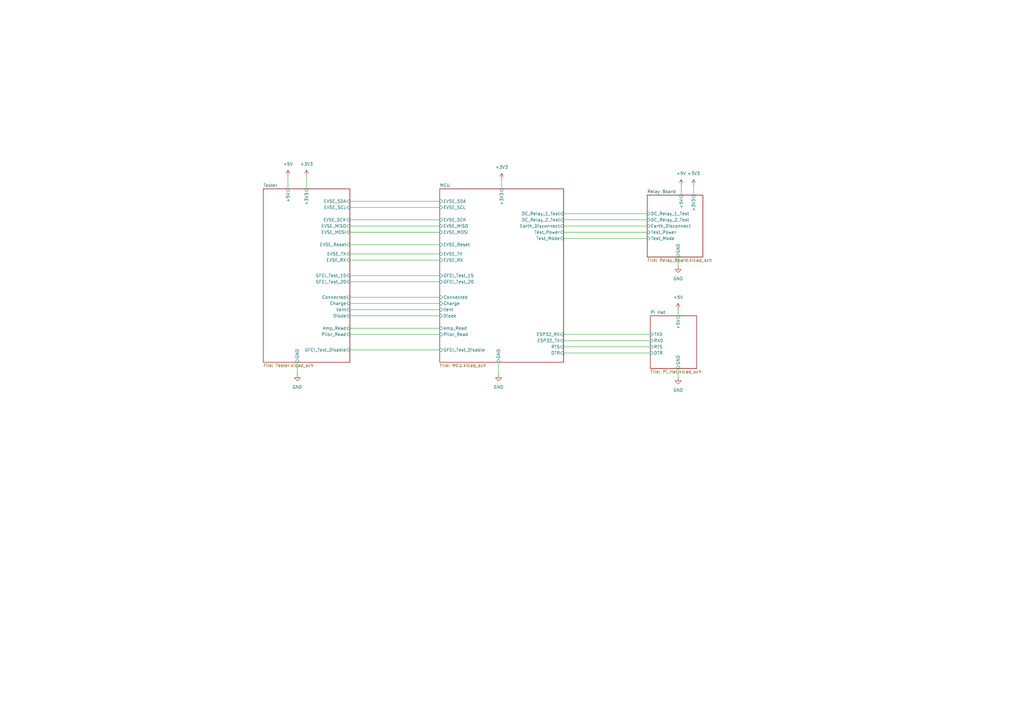
<source format=kicad_sch>
(kicad_sch (version 20211123) (generator eeschema)
  (paper "A3")
  (title_block (title "Raspberry Pi HAT") (rev "A"))
  (lib_symbols
    (symbol "power:+3V3" (power) (pin_names (offset 0))
      (property "Value" "+3V3" (at 0 3.556 0))
      (symbol "+3V3_0_1"
        (polyline (pts (xy -0.762 1.27) (xy 0 2.54)))
        (polyline (pts (xy 0 0) (xy 0 2.54)))
        (polyline (pts (xy 0 2.54) (xy 0.762 1.27)))
      )
      (symbol "+3V3_1_1"
        (pin power_in line (at 0 0 90) (length 0) hide (name "+3V3") (number "1"))
      )
    )
    (symbol "power:+5V" (power) (pin_names (offset 0))
      (property "Value" "+5V" (at 0 3.556 0))
      (symbol "+5V_0_1"
        (polyline (pts (xy -0.762 1.27) (xy 0 2.54)))
        (polyline (pts (xy 0 0) (xy 0 2.54)))
        (polyline (pts (xy 0 2.54) (xy 0.762 1.27)))
      )
      (symbol "+5V_1_1"
        (pin power_in line (at 0 0 90) (length 0) hide (name "+5V") (number "1"))
      )
    )
    (symbol "power:GND" (power) (pin_names (offset 0))
      (property "Value" "GND" (at 0 -3.81 0))
      (symbol "GND_0_1"
        (polyline (pts (xy 0 0) (xy 0 -1.27) (xy 1.27 -1.27) (xy 0 -2.54) (xy -1.27 -1.27) (xy 0 -1.27)))
      )
      (symbol "GND_1_1"
        (pin power_in line (at 0 0 270) (length 0) hide (name "GND") (number "1"))
      )
    )
  )
  (wire (pts (xy 143.51 127) (xy 180.34 127)))
  (wire (pts (xy 204.47 148.59) (xy 204.47 153.67)))
  (wire (pts (xy 143.51 137.16) (xy 180.34 137.16)))
  (wire (pts (xy 143.51 143.51) (xy 180.34 143.51)))
  (wire (pts (xy 143.51 90.17) (xy 180.34 90.17)))
  (wire (pts (xy 143.51 124.46) (xy 180.34 124.46)))
  (wire (pts (xy 143.51 95.25) (xy 180.34 95.25)))
  (wire (pts (xy 143.51 92.71) (xy 180.34 92.71)))
  (wire (pts (xy 231.14 87.63) (xy 265.43 87.63)))
  (wire (pts (xy 278.13 151.13) (xy 278.13 154.94)))
  (wire (pts (xy 125.73 72.39) (xy 125.73 77.47)))
  (wire (pts (xy 284.48 76.2) (xy 284.48 80.01)))
  (wire (pts (xy 121.92 148.59) (xy 121.92 153.67)))
  (wire (pts (xy 118.11 72.39) (xy 118.11 77.47)))
  (wire (pts (xy 143.51 121.92) (xy 180.34 121.92)))
  (wire (pts (xy 143.51 104.14) (xy 180.34 104.14)))
  (wire (pts (xy 278.13 105.41) (xy 278.13 109.22)))
  (wire (pts (xy 231.14 139.7) (xy 266.7 139.7)))
  (wire (pts (xy 231.14 95.25) (xy 265.43 95.25)))
  (wire (pts (xy 143.51 113.03) (xy 180.34 113.03)))
  (wire (pts (xy 279.4 76.2) (xy 279.4 80.01)))
  (wire (pts (xy 143.51 129.54) (xy 180.34 129.54)))
  (wire (pts (xy 231.14 97.79) (xy 265.43 97.79)))
  (wire (pts (xy 231.14 144.78) (xy 266.7 144.78)))
  (wire (pts (xy 143.51 82.55) (xy 180.34 82.55)))
  (wire (pts (xy 231.14 90.17) (xy 265.43 90.17)))
  (wire (pts (xy 143.51 100.33) (xy 180.34 100.33)))
  (wire (pts (xy 231.14 137.16) (xy 266.7 137.16)))
  (wire (pts (xy 143.51 134.62) (xy 180.34 134.62)))
  (wire (pts (xy 143.51 115.57) (xy 180.34 115.57)))
  (wire (pts (xy 143.51 106.68) (xy 180.34 106.68)))
  (wire (pts (xy 205.74 73.66) (xy 205.74 77.47)))
  (wire (pts (xy 278.13 127) (xy 278.13 129.54)))
  (wire (pts (xy 231.14 92.71) (xy 265.43 92.71)))
  (wire (pts (xy 231.14 142.24) (xy 266.7 142.24)))
  (wire (pts (xy 143.51 85.09) (xy 180.34 85.09)))
  (symbol (lib_id "power:+3V3") (at 284.48 76.2 0) (unit 1)
    (property "Reference" "#PWR0101" (effects hide))
    (property "Value" "+3V3" (at 284.48 71.12 0))
  )
  (symbol (lib_id "power:GND") (at 204.47 153.67 0) (unit 1)
    (property "Reference" "#PWR04" (effects hide))
    (property "Value" "GND" (at 204.47 158.75 0))
  )
  (symbol (lib_id "power:GND") (at 278.13 109.22 0) (unit 1)
    (property "Reference" "#PWR06" (effects hide))
    (property "Value" "GND" (at 278.13 114.3 0))
  )
  (symbol (lib_id "power:+5V") (at 118.11 72.39 0) (unit 1)
    (property "Reference" "#PWR01" (effects hide))
    (property "Value" "+5V" (at 118.11 67.31 0))
  )
  (symbol (lib_id "power:GND") (at 278.13 154.94 0) (unit 1)
    (property "Reference" "#PWR08" (effects hide))
    (property "Value" "GND" (at 278.13 160.02 0))
  )
  (symbol (lib_id "power:+3V3") (at 205.74 73.66 0) (unit 1)
    (property "Reference" "#PWR0102" (effects hide))
    (property "Value" "+3V3" (at 205.74 68.58 0))
  )
  (symbol (lib_id "power:+5V") (at 279.4 76.2 0) (unit 1)
    (property "Reference" "#PWR09" (effects hide))
    (property "Value" "+5V" (at 279.4 71.12 0))
  )
  (symbol (lib_id "power:+3V3") (at 125.73 72.39 0) (unit 1)
    (property "Reference" "#PWR0103" (effects hide))
    (property "Value" "+3V3" (at 125.73 67.31 0))
  )
  (symbol (lib_id "power:+5V") (at 278.13 127 0) (unit 1)
    (property "Reference" "#PWR07" (effects hide))
    (property "Value" "+5V" (at 278.13 121.92 0))
  )
  (symbol (lib_id "power:GND") (at 121.92 153.67 0) (unit 1)
    (property "Reference" "#PWR02" (effects hide))
    (property "Value" "GND" (at 121.92 158.75 0))
  )
  (sheet (at 265.43 80.01) (size 22.86 25.4) (stroke (width 0.1524))
    (property "Sheet name" "Relay Board" (at 265.43 79.2984 0) (effects (justify left bottom)))
    (property "Sheet file" "Relay_Board.kicad_sch" (at 265.43 105.9946 0) (effects (justify left top)))
    (pin "Earth_Disconnect" input (at 265.43 92.71 180))
    (pin "DC_Relay_2_Test" input (at 265.43 90.17 180))
    (pin "DC_Relay_1_Test" input (at 265.43 87.63 180))
    (pin "Test_Mode" input (at 265.43 97.79 180))
    (pin "Test_Power" input (at 265.43 95.25 180))
    (pin "GND" input (at 278.13 105.41 270))
    (pin "+3V3" input (at 284.48 80.01 90))
    (pin "+5V" input (at 279.4 80.01 90))
  )
  (sheet (at 180.34 77.47) (size 50.8 71.12) (stroke (width 0.1524))
    (property "Sheet name" "MCU" (at 180.34 76.7584 0) (effects (justify left bottom)))
    (property "Sheet file" "MCU.kicad_sch" (at 180.34 149.1746 0) (effects (justify left top)))
    (pin "+3V3" input (at 205.74 77.47 90))
    (pin "GND" input (at 204.47 148.59 270))
    (pin "Diode" input (at 180.34 129.54 180))
    (pin "Earth_Disconnect" input (at 231.14 92.71 0))
    (pin "Charge" input (at 180.34 124.46 180))
    (pin "Test_Power" input (at 231.14 95.25 0))
    (pin "DC_Relay_2_Test" input (at 231.14 90.17 0))
    (pin "DC_Relay_1_Test" input (at 231.14 87.63 0))
    (pin "Vent" input (at 180.34 127 180))
    (pin "Test_Mode" input (at 231.14 97.79 0))
    (pin "EVSE_Reset" input (at 180.34 100.33 180))
    (pin "RTS" input (at 231.14 142.24 0))
    (pin "EVSE_SCL" input (at 180.34 85.09 180))
    (pin "DTR" input (at 231.14 144.78 0))
    (pin "ESP32_RX" input (at 231.14 137.16 0))
    (pin "ESP32_TX" input (at 231.14 139.7 0))
    (pin "EVSE_SCK" input (at 180.34 90.17 180))
    (pin "EVSE_MISO" input (at 180.34 92.71 180))
    (pin "EVSE_MOSI" input (at 180.34 95.25 180))
    (pin "EVSE_SDA" input (at 180.34 82.55 180))
    (pin "GFCI_Test_15" input (at 180.34 113.03 180))
    (pin "GFCI_Test_20" input (at 180.34 115.57 180))
    (pin "EVSE_RX" input (at 180.34 106.68 180))
    (pin "EVSE_TX" input (at 180.34 104.14 180))
    (pin "GFCI_Test_Disable" input (at 180.34 143.51 180))
    (pin "Pilor_Read" input (at 180.34 137.16 180))
    (pin "Connected" input (at 180.34 121.92 180))
    (pin "Amp_Read" input (at 180.34 134.62 180))
  )
  (sheet (at 266.7 129.54) (size 19.05 21.59) (stroke (width 0.1524))
    (property "Sheet name" "Pi Hat" (at 266.7 128.8284 0) (effects (justify left bottom)))
    (property "Sheet file" "Pi_Hat.kicad_sch" (at 266.7 151.7146 0) (effects (justify left top)))
    (pin "TXD" input (at 266.7 137.16 180))
    (pin "RXD" input (at 266.7 139.7 180))
    (pin "RTS" input (at 266.7 142.24 180))
    (pin "+5V" input (at 278.13 129.54 90))
    (pin "DTR" input (at 266.7 144.78 180))
    (pin "GND" input (at 278.13 151.13 270))
  )
  (sheet (at 107.95 77.47) (size 35.56 71.12) (stroke (width 0.1524))
    (property "Sheet name" "Tester" (at 107.95 76.7584 0) (effects (justify left bottom)))
    (property "Sheet file" "Tester.kicad_sch" (at 107.95 149.1746 0) (effects (justify left top)))
    (pin "EVSE_SDA" input (at 143.51 82.55 0))
    (pin "EVSE_Reset" input (at 143.51 100.33 0))
    (pin "EVSE_SCL" input (at 143.51 85.09 0))
    (pin "EVSE_SCK" input (at 143.51 90.17 0))
    (pin "EVSE_TX" input (at 143.51 104.14 0))
    (pin "EVSE_MISO" input (at 143.51 92.71 0))
    (pin "EVSE_MOSI" input (at 143.51 95.25 0))
    (pin "EVSE_RX" input (at 143.51 106.68 0))
    (pin "GFCI_Test_15" input (at 143.51 113.03 0))
    (pin "Pilor_Read" input (at 143.51 137.16 0))
    (pin "Diode" input (at 143.51 129.54 0))
    (pin "Charge" input (at 143.51 124.46 0))
    (pin "GFCI_Test_Disable" input (at 143.51 143.51 0))
    (pin "Connected" input (at 143.51 121.92 0))
    (pin "Amp_Read" input (at 143.51 134.62 0))
    (pin "GFCI_Test_20" input (at 143.51 115.57 0))
    (pin "Vent" input (at 143.51 127 0))
    (pin "+3V3" input (at 125.73 77.47 90))
    (pin "GND" input (at 121.92 148.59 270))
    (pin "+5V" input (at 118.11 77.47 90))
  )
)
</source>
